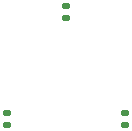
<source format=gbp>
%TF.GenerationSoftware,KiCad,Pcbnew,9.0.5-1.fc42*%
%TF.CreationDate,2025-12-03T03:37:20+01:00*%
%TF.ProjectId,Block-Switch-3,426c6f63-6b2d-4537-9769-7463682d332e,1*%
%TF.SameCoordinates,Original*%
%TF.FileFunction,Paste,Bot*%
%TF.FilePolarity,Positive*%
%FSLAX46Y46*%
G04 Gerber Fmt 4.6, Leading zero omitted, Abs format (unit mm)*
G04 Created by KiCad (PCBNEW 9.0.5-1.fc42) date 2025-12-03 03:37:20*
%MOMM*%
%LPD*%
G01*
G04 APERTURE LIST*
G04 Aperture macros list*
%AMRoundRect*
0 Rectangle with rounded corners*
0 $1 Rounding radius*
0 $2 $3 $4 $5 $6 $7 $8 $9 X,Y pos of 4 corners*
0 Add a 4 corners polygon primitive as box body*
4,1,4,$2,$3,$4,$5,$6,$7,$8,$9,$2,$3,0*
0 Add four circle primitives for the rounded corners*
1,1,$1+$1,$2,$3*
1,1,$1+$1,$4,$5*
1,1,$1+$1,$6,$7*
1,1,$1+$1,$8,$9*
0 Add four rect primitives between the rounded corners*
20,1,$1+$1,$2,$3,$4,$5,0*
20,1,$1+$1,$4,$5,$6,$7,0*
20,1,$1+$1,$6,$7,$8,$9,0*
20,1,$1+$1,$8,$9,$2,$3,0*%
G04 Aperture macros list end*
%ADD10RoundRect,0.135000X0.185000X-0.135000X0.185000X0.135000X-0.185000X0.135000X-0.185000X-0.135000X0*%
G04 APERTURE END LIST*
D10*
%TO.C,R3*%
X139065000Y-109668190D03*
X139065000Y-108648190D03*
%TD*%
%TO.C,R2*%
X144081300Y-118681810D03*
X144081300Y-117661810D03*
%TD*%
%TO.C,R1*%
X134048700Y-118681810D03*
X134048700Y-117661810D03*
%TD*%
M02*

</source>
